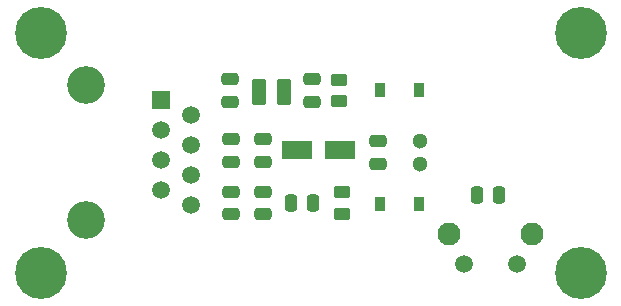
<source format=gts>
G04 #@! TF.GenerationSoftware,KiCad,Pcbnew,6.0.9-8da3e8f707~116~ubuntu22.04.1*
G04 #@! TF.CreationDate,2022-11-15T22:26:04-07:00*
G04 #@! TF.ProjectId,Xiegu MiniMic,58696567-7520-44d6-996e-694d69632e6b,rev?*
G04 #@! TF.SameCoordinates,PX41672a0PY54efc64*
G04 #@! TF.FileFunction,Soldermask,Top*
G04 #@! TF.FilePolarity,Negative*
%FSLAX46Y46*%
G04 Gerber Fmt 4.6, Leading zero omitted, Abs format (unit mm)*
G04 Created by KiCad (PCBNEW 6.0.9-8da3e8f707~116~ubuntu22.04.1) date 2022-11-15 22:26:04*
%MOMM*%
%LPD*%
G01*
G04 APERTURE LIST*
G04 Aperture macros list*
%AMRoundRect*
0 Rectangle with rounded corners*
0 $1 Rounding radius*
0 $2 $3 $4 $5 $6 $7 $8 $9 X,Y pos of 4 corners*
0 Add a 4 corners polygon primitive as box body*
4,1,4,$2,$3,$4,$5,$6,$7,$8,$9,$2,$3,0*
0 Add four circle primitives for the rounded corners*
1,1,$1+$1,$2,$3*
1,1,$1+$1,$4,$5*
1,1,$1+$1,$6,$7*
1,1,$1+$1,$8,$9*
0 Add four rect primitives between the rounded corners*
20,1,$1+$1,$2,$3,$4,$5,0*
20,1,$1+$1,$4,$5,$6,$7,0*
20,1,$1+$1,$6,$7,$8,$9,0*
20,1,$1+$1,$8,$9,$2,$3,0*%
G04 Aperture macros list end*
%ADD10RoundRect,0.250000X-0.375000X-0.850000X0.375000X-0.850000X0.375000X0.850000X-0.375000X0.850000X0*%
%ADD11RoundRect,0.250000X-0.475000X0.250000X-0.475000X-0.250000X0.475000X-0.250000X0.475000X0.250000X0*%
%ADD12RoundRect,0.250000X0.450000X-0.262500X0.450000X0.262500X-0.450000X0.262500X-0.450000X-0.262500X0*%
%ADD13RoundRect,0.250000X0.250000X0.475000X-0.250000X0.475000X-0.250000X-0.475000X0.250000X-0.475000X0*%
%ADD14RoundRect,0.250000X0.475000X-0.250000X0.475000X0.250000X-0.475000X0.250000X-0.475000X-0.250000X0*%
%ADD15C,1.498000*%
%ADD16C,1.950000*%
%ADD17C,4.400000*%
%ADD18RoundRect,0.250000X-0.250000X-0.475000X0.250000X-0.475000X0.250000X0.475000X-0.250000X0.475000X0*%
%ADD19C,3.200000*%
%ADD20R,1.500000X1.500000*%
%ADD21C,1.500000*%
%ADD22R,0.900000X1.200000*%
%ADD23RoundRect,0.250000X1.050000X0.550000X-1.050000X0.550000X-1.050000X-0.550000X1.050000X-0.550000X0*%
%ADD24C,1.300000*%
G04 APERTURE END LIST*
D10*
X21023000Y17840900D03*
X23173000Y17840900D03*
D11*
X25527000Y18917900D03*
X25527000Y17017900D03*
D12*
X27813000Y17055400D03*
X27813000Y18880400D03*
D13*
X25588000Y8442900D03*
X23688000Y8442900D03*
D11*
X21336000Y9392900D03*
X21336000Y7492900D03*
D14*
X31132000Y11750000D03*
X31132000Y13650000D03*
D11*
X18669000Y9392900D03*
X18669000Y7492900D03*
X18542000Y18917900D03*
X18542000Y17017900D03*
D15*
X38390000Y3302000D03*
X42890000Y3302000D03*
D16*
X37135000Y5792000D03*
X44145000Y5792000D03*
D17*
X48260000Y2540000D03*
D18*
X39436000Y9144000D03*
X41336000Y9144000D03*
D11*
X18669000Y13837900D03*
X18669000Y11937900D03*
D19*
X6370000Y6985000D03*
X6370000Y18415000D03*
D20*
X12720000Y17145000D03*
D21*
X15260000Y15875000D03*
X12720000Y14605000D03*
X15260000Y13335000D03*
X12720000Y12065000D03*
X15260000Y10795000D03*
X12720000Y9525000D03*
X15260000Y8255000D03*
D22*
X34544000Y18034000D03*
X31244000Y18034000D03*
D17*
X2540000Y2540000D03*
D11*
X21336000Y13837900D03*
X21336000Y11937900D03*
D17*
X48260000Y22860000D03*
D12*
X28067000Y7530400D03*
X28067000Y9355400D03*
D22*
X34560000Y8315900D03*
X31260000Y8315900D03*
D23*
X27835000Y12887900D03*
X24235000Y12887900D03*
D17*
X2540000Y22860000D03*
D24*
X34660000Y11750000D03*
X34660000Y13650000D03*
M02*

</source>
